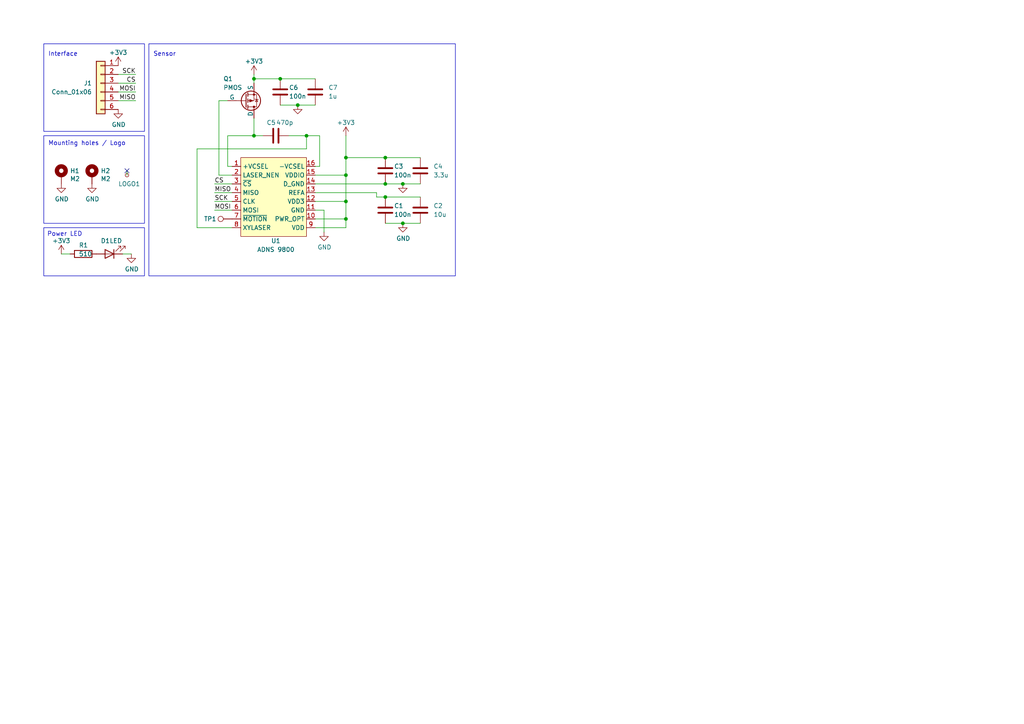
<source format=kicad_sch>
(kicad_sch (version 20230121) (generator eeschema)
  (paper "A4")
  (title_block (title "Module Optique") (date "2023-09-20") (rev "V1.0"))
  (lib_symbols
    (symbol "ComponentsEvo:ADNS_9800"
      (property "Reference" "U?" (at 0 15.24 0))
      (property "Value" "ADNS 9800" (at 0 12.7 0))
      (symbol "ADNS_9800_1_1"
        (rectangle (start -10.16 11.43) (end 8.89 -11.43) (fill (type background)))
        (pin input line (at -12.7 8.89 0) (length 2.54) (name "+VCSEL") (number "1"))
        (pin input line (at 11.43 -6.35 180) (length 2.54) (name "PWR_OPT") (number "10"))
        (pin power_in line (at 11.43 -3.81 180) (length 2.54) (name "GND") (number "11"))
        (pin unspecified line (at 11.43 -1.27 180) (length 2.54) (name "VDD3") (number "12"))
        (pin power_out line (at 11.43 1.27 180) (length 2.54) (name "REFA") (number "13"))
        (pin power_in line (at 11.43 3.81 180) (length 2.54) (name "D_GND") (number "14"))
        (pin power_in line (at 11.43 6.35 180) (length 2.54) (name "VDDIO") (number "15"))
        (pin power_in line (at 11.43 8.89 180) (length 2.54) (name "-VCSEL") (number "16"))
        (pin output line (at -12.7 6.35 0) (length 2.54) (name "LASER_NEN") (number "2"))
        (pin input line (at -12.7 3.81 0) (length 2.54) (name "~{CS}") (number "3"))
        (pin input line (at -12.7 1.27 0) (length 2.54) (name "MISO") (number "4"))
        (pin input line (at -12.7 -1.27 0) (length 2.54) (name "CLK") (number "5"))
        (pin output line (at -12.7 -3.81 0) (length 2.54) (name "MOSI") (number "6"))
        (pin output line (at -12.7 -6.35 0) (length 2.54) (name "~{MOTION}") (number "7"))
        (pin unspecified line (at -12.7 -8.89 0) (length 2.54) (name "XYLASER") (number "8"))
        (pin power_in line (at 11.43 -8.89 180) (length 2.54) (name "VDD") (number "9"))
      )
    )
    (symbol "Connector:TestPoint" (pin_numbers hide) (pin_names (offset 0.762) hide)
      (property "Reference" "TP" (at 0 6.858 0))
      (property "Value" "TestPoint" (at 0 5.08 0))
      (symbol "TestPoint_0_1"
        (circle (center 0 3.302) (radius 0.762))
      )
      (symbol "TestPoint_1_1"
        (pin passive line (at 0 0 90) (length 2.54) (name "1") (number "1"))
      )
    )
    (symbol "Connector:TestPoint_Small" (pin_numbers hide) (pin_names (offset 0.762) hide)
      (property "Reference" "TP" (at 0 3.81 0))
      (property "Value" "TestPoint_Small" (at 0 2.032 0))
      (symbol "TestPoint_Small_0_1"
        (circle (center 0 0) (radius 0.508))
      )
      (symbol "TestPoint_Small_1_1"
        (pin passive line (at 0 0 90) (length 0) (name "1") (number "1"))
      )
    )
    (symbol "Connector_Generic:Conn_01x06" (pin_names (offset 1.016) hide)
      (property "Reference" "J" (at 0 7.62 0))
      (property "Value" "Conn_01x06" (at 0 -10.16 0))
      (symbol "Conn_01x06_1_1"
        (rectangle (start -1.27 -7.493) (end 0 -7.747) (stroke (width 0.1524)))
        (rectangle (start -1.27 -4.953) (end 0 -5.207) (stroke (width 0.1524)))
        (rectangle (start -1.27 -2.413) (end 0 -2.667) (stroke (width 0.1524)))
        (rectangle (start -1.27 0.127) (end 0 -0.127) (stroke (width 0.1524)))
        (rectangle (start -1.27 2.667) (end 0 2.413) (stroke (width 0.1524)))
        (rectangle (start -1.27 5.207) (end 0 4.953) (stroke (width 0.1524)))
        (rectangle (start -1.27 6.35) (end 1.27 -8.89) (stroke (width 0.254)) (fill (type background)))
        (pin passive line (at -5.08 5.08 0) (length 3.81) (name "Pin_1") (number "1"))
        (pin passive line (at -5.08 2.54 0) (length 3.81) (name "Pin_2") (number "2"))
        (pin passive line (at -5.08 0 0) (length 3.81) (name "Pin_3") (number "3"))
        (pin passive line (at -5.08 -2.54 0) (length 3.81) (name "Pin_4") (number "4"))
        (pin passive line (at -5.08 -5.08 0) (length 3.81) (name "Pin_5") (number "5"))
        (pin passive line (at -5.08 -7.62 0) (length 3.81) (name "Pin_6") (number "6"))
      )
    )
    (symbol "Device:C" (pin_numbers hide) (pin_names (offset 0.254))
      (property "Reference" "C" (at 0.635 2.54 0))
      (property "Value" "C" (at 0.635 -2.54 0))
      (symbol "C_0_1"
        (polyline (pts (xy -2.032 -0.762) (xy 2.032 -0.762)) (stroke (width 0.508)))
        (polyline (pts (xy -2.032 0.762) (xy 2.032 0.762)) (stroke (width 0.508)))
      )
      (symbol "C_1_1"
        (pin passive line (at 0 3.81 270) (length 2.794) (name "~") (number "1"))
        (pin passive line (at 0 -3.81 90) (length 2.794) (name "~") (number "2"))
      )
    )
    (symbol "Device:LED" (pin_numbers hide) (pin_names (offset 1.016) hide)
      (property "Reference" "D" (at 0 2.54 0))
      (property "Value" "LED" (at 0 -2.54 0))
      (symbol "LED_0_1"
        (polyline (pts (xy -1.27 -1.27) (xy -1.27 1.27)) (stroke (width 0.254)))
        (polyline (pts (xy -1.27 0) (xy 1.27 0)))
        (polyline (pts (xy 1.27 -1.27) (xy 1.27 1.27) (xy -1.27 0) (xy 1.27 -1.27)) (stroke (width 0.254)))
        (polyline (pts (xy -3.048 -0.762) (xy -4.572 -2.286) (xy -3.81 -2.286) (xy -4.572 -2.286) (xy -4.572 -1.524)))
        (polyline (pts (xy -1.778 -0.762) (xy -3.302 -2.286) (xy -2.54 -2.286) (xy -3.302 -2.286) (xy -3.302 -1.524)))
      )
      (symbol "LED_1_1"
        (pin passive line (at -3.81 0 0) (length 2.54) (name "K") (number "1"))
        (pin passive line (at 3.81 0 180) (length 2.54) (name "A") (number "2"))
      )
    )
    (symbol "Device:R" (pin_numbers hide) (pin_names (offset 0))
      (property "Reference" "R" (at 2.032 0 90))
      (property "Value" "R" (at 0 0 90))
      (symbol "R_0_1"
        (rectangle (start -1.016 -2.54) (end 1.016 2.54) (stroke (width 0.254)))
      )
      (symbol "R_1_1"
        (pin passive line (at 0 3.81 270) (length 1.27) (name "~") (number "1"))
        (pin passive line (at 0 -3.81 90) (length 1.27) (name "~") (number "2"))
      )
    )
    (symbol "Mechanical:MountingHole_Pad" (pin_numbers hide) (pin_names (offset 1.016) hide)
      (property "Reference" "H" (at 0 6.35 0))
      (property "Value" "MountingHole_Pad" (at 0 4.445 0))
      (symbol "MountingHole_Pad_0_1"
        (circle (center 0 1.27) (radius 1.27) (stroke (width 1.27)))
      )
      (symbol "MountingHole_Pad_1_1"
        (pin input line (at 0 -2.54 90) (length 2.54) (name "1") (number "1"))
      )
    )
    (symbol "Simulation_SPICE:PMOS" (pin_numbers hide) (pin_names (offset 0))
      (property "Reference" "Q" (at 5.08 1.27 0))
      (property "Value" "PMOS" (at 5.08 -1.27 0))
      (symbol "PMOS_0_1"
        (polyline (pts (xy 0.254 0) (xy -2.54 0)))
        (polyline (pts (xy 0.254 1.905) (xy 0.254 -1.905)) (stroke (width 0.254)))
        (polyline (pts (xy 0.762 -1.27) (xy 0.762 -2.286)) (stroke (width 0.254)))
        (polyline (pts (xy 0.762 0.508) (xy 0.762 -0.508)) (stroke (width 0.254)))
        (polyline (pts (xy 0.762 2.286) (xy 0.762 1.27)) (stroke (width 0.254)))
        (polyline (pts (xy 2.54 2.54) (xy 2.54 1.778)))
        (polyline (pts (xy 2.54 -2.54) (xy 2.54 0) (xy 0.762 0)))
        (polyline (pts (xy 0.762 1.778) (xy 3.302 1.778) (xy 3.302 -1.778) (xy 0.762 -1.778)))
        (polyline (pts (xy 2.286 0) (xy 1.27 0.381) (xy 1.27 -0.381) (xy 2.286 0)) (fill (type outline)))
        (polyline (pts (xy 2.794 -0.508) (xy 2.921 -0.381) (xy 3.683 -0.381) (xy 3.81 -0.254)))
        (polyline (pts (xy 3.302 -0.381) (xy 2.921 0.254) (xy 3.683 0.254) (xy 3.302 -0.381)))
        (circle (center 1.651 0) (radius 2.794) (stroke (width 0.254)))
        (circle (center 2.54 -1.778) (radius 0.254) (fill (type outline)))
        (circle (center 2.54 1.778) (radius 0.254) (fill (type outline)))
      )
      (symbol "PMOS_1_1"
        (pin passive line (at 2.54 5.08 270) (length 2.54) (name "D") (number "1"))
        (pin input line (at -5.08 0 0) (length 2.54) (name "G") (number "2"))
        (pin passive line (at 2.54 -5.08 90) (length 2.54) (name "S") (number "3"))
      )
    )
    (symbol "carte asserv holo-rescue:+3.3V-power" (power) (pin_names (offset 0))
      (property "Value" "+3.3V-power" (at 0 3.556 0))
      (symbol "+3.3V-power_0_1"
        (polyline (pts (xy -0.762 1.27) (xy 0 2.54)))
        (polyline (pts (xy 0 0) (xy 0 2.54)))
        (polyline (pts (xy 0 2.54) (xy 0.762 1.27)))
      )
      (symbol "+3.3V-power_1_1"
        (pin power_in line (at 0 0 90) (length 0) hide (name "+3V3") (number "1"))
      )
    )
    (symbol "power:GND" (power) (pin_names (offset 0))
      (property "Value" "GND" (at 0 -3.81 0))
      (symbol "GND_0_1"
        (polyline (pts (xy 0 0) (xy 0 -1.27) (xy 1.27 -1.27) (xy 0 -2.54) (xy -1.27 -1.27) (xy 0 -1.27)))
      )
      (symbol "GND_1_1"
        (pin power_in line (at 0 0 270) (length 0) hide (name "GND") (number "1"))
      )
    )
  )
  (junction (at 111.76 53.34))
  (junction (at 88.9 39.37))
  (junction (at 81.28 22.86))
  (junction (at 86.36 30.48))
  (junction (at 116.84 64.77))
  (junction (at 73.66 22.86))
  (junction (at 100.33 50.8))
  (junction (at 111.76 45.72))
  (junction (at 100.33 63.5))
  (junction (at 116.84 53.34))
  (junction (at 100.33 45.72))
  (junction (at 73.66 39.37))
  (junction (at 100.33 58.42))
  (junction (at 111.76 57.15))
  (no_connect (at 36.83 49.53))
  (wire (pts (xy 111.76 53.34) (xy 116.84 53.34)))
  (wire (pts (xy 91.44 53.34) (xy 111.76 53.34)))
  (wire (pts (xy 62.23 60.96) (xy 67.31 60.96)))
  (wire (pts (xy 91.44 58.42) (xy 100.33 58.42)))
  (wire (pts (xy 88.9 43.18) (xy 88.9 39.37)))
  (wire (pts (xy 81.28 22.86) (xy 73.66 22.86)))
  (wire (pts (xy 17.78 73.66) (xy 20.32 73.66)))
  (wire (pts (xy 109.22 55.88) (xy 91.44 55.88)))
  (wire (pts (xy 111.76 64.77) (xy 116.84 64.77)))
  (wire (pts (xy 116.84 53.34) (xy 121.92 53.34)))
  (wire (pts (xy 73.66 39.37) (xy 76.2 39.37)))
  (wire (pts (xy 73.66 34.29) (xy 73.66 39.37)))
  (wire (pts (xy 92.71 48.26) (xy 91.44 48.26)))
  (wire (pts (xy 67.31 66.04) (xy 57.15 66.04)))
  (wire (pts (xy 73.66 21.59) (xy 73.66 22.86)))
  (wire (pts (xy 109.22 57.15) (xy 111.76 57.15)))
  (wire (pts (xy 66.04 48.26) (xy 67.31 48.26)))
  (wire (pts (xy 36.83 49.53) (xy 36.83 50.8)))
  (wire (pts (xy 62.23 53.34) (xy 67.31 53.34)))
  (wire (pts (xy 109.22 57.15) (xy 109.22 55.88)))
  (wire (pts (xy 57.15 43.18) (xy 88.9 43.18)))
  (wire (pts (xy 100.33 45.72) (xy 100.33 50.8)))
  (wire (pts (xy 81.28 30.48) (xy 86.36 30.48)))
  (wire (pts (xy 91.44 60.96) (xy 93.98 60.96)))
  (wire (pts (xy 111.76 57.15) (xy 121.92 57.15)))
  (wire (pts (xy 100.33 45.72) (xy 111.76 45.72)))
  (wire (pts (xy 34.29 26.67) (xy 39.37 26.67)))
  (wire (pts (xy 86.36 30.48) (xy 91.44 30.48)))
  (wire (pts (xy 91.44 50.8) (xy 100.33 50.8)))
  (wire (pts (xy 34.29 21.59) (xy 39.37 21.59)))
  (wire (pts (xy 34.29 29.21) (xy 39.37 29.21)))
  (wire (pts (xy 91.44 66.04) (xy 100.33 66.04)))
  (wire (pts (xy 92.71 39.37) (xy 92.71 48.26)))
  (wire (pts (xy 34.29 24.13) (xy 39.37 24.13)))
  (wire (pts (xy 62.23 58.42) (xy 67.31 58.42)))
  (wire (pts (xy 73.66 22.86) (xy 73.66 24.13)))
  (wire (pts (xy 91.44 63.5) (xy 100.33 63.5)))
  (wire (pts (xy 57.15 66.04) (xy 57.15 43.18)))
  (wire (pts (xy 100.33 63.5) (xy 100.33 66.04)))
  (wire (pts (xy 100.33 39.37) (xy 100.33 45.72)))
  (wire (pts (xy 81.28 22.86) (xy 91.44 22.86)))
  (wire (pts (xy 116.84 64.77) (xy 121.92 64.77)))
  (wire (pts (xy 88.9 39.37) (xy 92.71 39.37)))
  (wire (pts (xy 111.76 45.72) (xy 121.92 45.72)))
  (wire (pts (xy 38.1 73.66) (xy 35.56 73.66)))
  (wire (pts (xy 83.82 39.37) (xy 88.9 39.37)))
  (wire (pts (xy 93.98 60.96) (xy 93.98 67.31)))
  (wire (pts (xy 63.5 29.21) (xy 63.5 50.8)))
  (wire (pts (xy 63.5 50.8) (xy 67.31 50.8)))
  (wire (pts (xy 100.33 50.8) (xy 100.33 58.42)))
  (wire (pts (xy 100.33 58.42) (xy 100.33 63.5)))
  (wire (pts (xy 73.66 39.37) (xy 66.04 39.37)))
  (wire (pts (xy 66.04 39.37) (xy 66.04 48.26)))
  (wire (pts (xy 66.04 29.21) (xy 63.5 29.21)))
  (wire (pts (xy 62.23 55.88) (xy 67.31 55.88)))
  (rectangle (start 12.7 39.37) (end 41.91 64.77))
  (rectangle (start 12.7 12.7) (end 41.91 38.1))
  (rectangle (start 43.18 12.7) (end 132.08 80.01))
  (text_box "Power LED\n" (at 12.7 66.04 0) (size 29.21 13.97) (effects (font (size 1.27 1.27)) (justify left top)))
  (text "Interface \n" (at 13.97 16.51 0) (effects (font (size 1.27 1.27)) (justify left bottom)))
  (text "Sensor\n" (at 44.45 16.51 0) (effects (font (size 1.27 1.27)) (justify left bottom)))
  (text "Mounting holes / Logo\n\n" (at 13.97 44.45 0) (effects (font (size 1.27 1.27)) (justify left bottom)))
  (label "MISO" (at 62.23 55.88 0))
  (label "SCK" (at 62.23 58.42 0))
  (label "CS" (at 39.37 24.13 180))
  (label "CS" (at 62.23 53.34 0))
  (label "MOSI" (at 39.37 26.67 180))
  (label "SCK" (at 39.37 21.59 180))
  (label "MOSI" (at 62.23 60.96 0))
  (label "MISO" (at 39.37 29.21 180))
  (symbol (lib_id "power:GND") (at 34.29 31.75 0) (unit 1)
    (property "Reference" "#PWR02" (effects hide))
    (property "Value" "GND" (at 34.417 36.1442 0))
  )
  (symbol (lib_id "power:GND") (at 17.78 53.34 0) (unit 1)
    (property "Reference" "#PWR09" (effects hide))
    (property "Value" "GND" (at 17.907 57.7342 0))
  )
  (symbol (lib_id "power:GND") (at 93.98 67.31 0) (unit 1)
    (property "Reference" "#PWR03" (effects hide))
    (property "Value" "GND" (at 94.107 71.7042 0))
  )
  (symbol (lib_id "Mechanical:MountingHole_Pad") (at 26.67 50.8 0) (unit 1)
    (property "Reference" "H2" (at 29.21 49.5554 0) (effects (justify left)))
    (property "Value" "M2" (at 29.21 51.8668 0) (effects (justify left)))
    (property "Footprint" "MountingHole:MountingHole_2.2mm_M2_DIN965_Pad" (effects hide))
  )
  (symbol (lib_id "Device:C") (at 111.76 60.96 0) (unit 1)
    (property "Reference" "C1" (at 114.3 59.69 0) (effects (justify left)))
    (property "Value" "100n" (at 114.3 62.23 0) (effects (justify left)))
    (property "Footprint" "Capacitor_SMD:C_0603_1608Metric" (effects hide))
  )
  (symbol (lib_id "Device:R") (at 24.13 73.66 90) (unit 1)
    (property "Reference" "R1" (at 22.86 71.12 90) (effects (justify right)))
    (property "Value" "510" (at 22.86 73.66 90) (effects (justify right)))
    (property "Footprint" "Resistor_SMD:R_0603_1608Metric" (effects hide))
  )
  (symbol (lib_id "power:GND") (at 116.84 64.77 0) (unit 1)
    (property "Reference" "#PWR05" (effects hide))
    (property "Value" "GND" (at 116.967 69.1642 0))
  )
  (symbol (lib_id "Device:C") (at 80.01 39.37 90) (unit 1)
    (property "Reference" "C5" (at 80.01 35.56 90) (effects (justify left)))
    (property "Value" "470p" (at 85.09 35.56 90) (effects (justify left)))
    (property "Footprint" "Capacitor_SMD:C_0603_1608Metric" (effects hide))
  )
  (symbol (lib_id "Connector_Generic:Conn_01x06") (at 29.21 24.13 0) (mirror y) (unit 1)
    (property "Reference" "J1" (at 26.67 24.13 0) (effects (justify left)))
    (property "Value" "Conn_01x06" (at 26.67 26.67 0) (effects (justify left)))
    (property "Footprint" "ConnectorsEvo:B06B-PASK" (effects hide))
  )
  (symbol (lib_id "carte asserv holo-rescue:+3.3V-power") (at 34.29 19.05 0) (unit 1)
    (property "Reference" "#PWR01" (effects hide))
    (property "Value" "+3.3V" (at 34.29 15.24 0))
  )
  (symbol (lib_id "ComponentsEvo:ADNS_9800") (at 80.01 57.15 0) (unit 1)
    (property "Reference" "U1" (at 80.01 69.85 0))
    (property "Value" "ADNS 9800" (at 80.01 72.39 0))
    (property "Footprint" "OptoDevice:ADNS-9800" (effects hide))
    (property "Datasheet" "https://datasheet.octopart.com/ADNS-9800-Avago-datasheet-10666463.pdf" (effects hide))
  )
  (symbol (lib_id "Device:C") (at 111.76 49.53 0) (unit 1)
    (property "Reference" "C3" (at 114.3 48.26 0) (effects (justify left)))
    (property "Value" "100n" (at 114.3 50.8 0) (effects (justify left)))
    (property "Footprint" "Capacitor_SMD:C_0603_1608Metric" (effects hide))
  )
  (symbol (lib_id "power:GND") (at 26.67 53.34 0) (unit 1)
    (property "Reference" "#PWR010" (effects hide))
    (property "Value" "GND" (at 26.797 57.7342 0))
  )
  (symbol (lib_id "Simulation_SPICE:PMOS") (at 71.12 29.21 0) (mirror x) (unit 1)
    (property "Reference" "Q1" (at 64.77 22.86 0) (effects (justify left)))
    (property "Value" "PMOS" (at 64.77 25.4 0) (effects (justify left)))
    (property "Footprint" "Package_TO_SOT_SMD:SOT-23" (effects hide))
    (property "Datasheet" "https://ngspice.sourceforge.io/docs/ngspice-manual.pdf" (effects hide))
    (property "Sim.Device" "PMOS" (effects hide))
    (property "Sim.Type" "VDMOS" (effects hide))
    (property "Sim.Pins" "1=D 2=G 3=S" (effects hide))
  )
  (symbol (lib_id "Connector:TestPoint") (at 67.31 63.5 90) (unit 1)
    (property "Reference" "TP1" (at 60.96 63.5 90))
    (property "Value" "TestPoint" (effects hide))
    (property "Footprint" "TestPoint:TestPoint_Pad_D1.0mm" (effects hide))
  )
  (symbol (lib_id "power:GND") (at 116.84 53.34 0) (unit 1)
    (property "Reference" "#PWR06" (effects hide))
    (property "Value" "GND" (effects hide))
  )
  (symbol (lib_id "carte asserv holo-rescue:+3.3V-power") (at 100.33 39.37 0) (unit 1)
    (property "Reference" "#PWR04" (effects hide))
    (property "Value" "+3.3V" (at 100.33 35.56 0))
  )
  (symbol (lib_id "Device:C") (at 121.92 49.53 0) (unit 1)
    (property "Reference" "C4" (at 125.73 48.26 0) (effects (justify left)))
    (property "Value" "3.3u" (at 125.73 50.8 0) (effects (justify left)))
    (property "Footprint" "Capacitor_SMD:C_0603_1608Metric" (effects hide))
  )
  (symbol (lib_id "Device:C") (at 121.92 60.96 0) (unit 1)
    (property "Reference" "C2" (at 125.73 59.69 0) (effects (justify left)))
    (property "Value" "10u" (at 125.73 62.23 0) (effects (justify left)))
    (property "Footprint" "Capacitor_SMD:C_0603_1608Metric" (effects hide))
  )
  (symbol (lib_id "carte asserv holo-rescue:+3.3V-power") (at 17.78 73.66 0) (unit 1)
    (property "Reference" "#PWR011" (effects hide))
    (property "Value" "+3.3V" (at 17.78 69.85 0))
  )
  (symbol (lib_id "Device:LED") (at 31.75 73.66 180) (unit 1)
    (property "Reference" "D1" (at 29.21 69.85 0) (effects (justify right)))
    (property "Value" "LED" (at 31.75 69.85 0) (effects (justify right)))
    (property "Footprint" "LED_SMD:LED_0805_2012Metric" (effects hide))
  )
  (symbol (lib_id "Mechanical:MountingHole_Pad") (at 17.78 50.8 0) (unit 1)
    (property "Reference" "H1" (at 20.32 49.5554 0) (effects (justify left)))
    (property "Value" "M2" (at 20.32 51.8668 0) (effects (justify left)))
    (property "Footprint" "MountingHole:MountingHole_2.2mm_M2_DIN965_Pad" (effects hide))
  )
  (symbol (lib_id "Connector:TestPoint_Small") (at 36.83 50.8 0) (unit 1)
    (property "Reference" "LOGO1" (at 34.29 53.34 0) (effects (justify left)))
    (property "Value" "TestPoint_Small" (effects hide))
    (property "Footprint" "ComponentsEvo:logo-evo-micro" (effects hide))
  )
  (symbol (lib_id "power:GND") (at 86.36 30.48 0) (unit 1)
    (property "Reference" "#PWR08" (effects hide))
    (property "Value" "GND" (effects hide))
  )
  (symbol (lib_id "power:GND") (at 38.1 73.66 0) (unit 1)
    (property "Reference" "#PWR012" (effects hide))
    (property "Value" "GND" (at 38.227 78.0542 0))
  )
  (symbol (lib_id "Device:C") (at 81.28 26.67 0) (unit 1)
    (property "Reference" "C6" (at 83.82 25.4 0) (effects (justify left)))
    (property "Value" "100n" (at 83.82 27.94 0) (effects (justify left)))
    (property "Footprint" "Capacitor_SMD:C_0603_1608Metric" (effects hide))
  )
  (symbol (lib_id "carte asserv holo-rescue:+3.3V-power") (at 73.66 21.59 0) (unit 1)
    (property "Reference" "#PWR07" (effects hide))
    (property "Value" "+3.3V" (at 73.66 17.78 0))
  )
  (symbol (lib_id "Device:C") (at 91.44 26.67 0) (unit 1)
    (property "Reference" "C7" (at 95.25 25.4 0) (effects (justify left)))
    (property "Value" "1u" (at 95.25 27.94 0) (effects (justify left)))
    (property "Footprint" "Capacitor_SMD:C_0603_1608Metric" (effects hide))
  )
)
</source>
